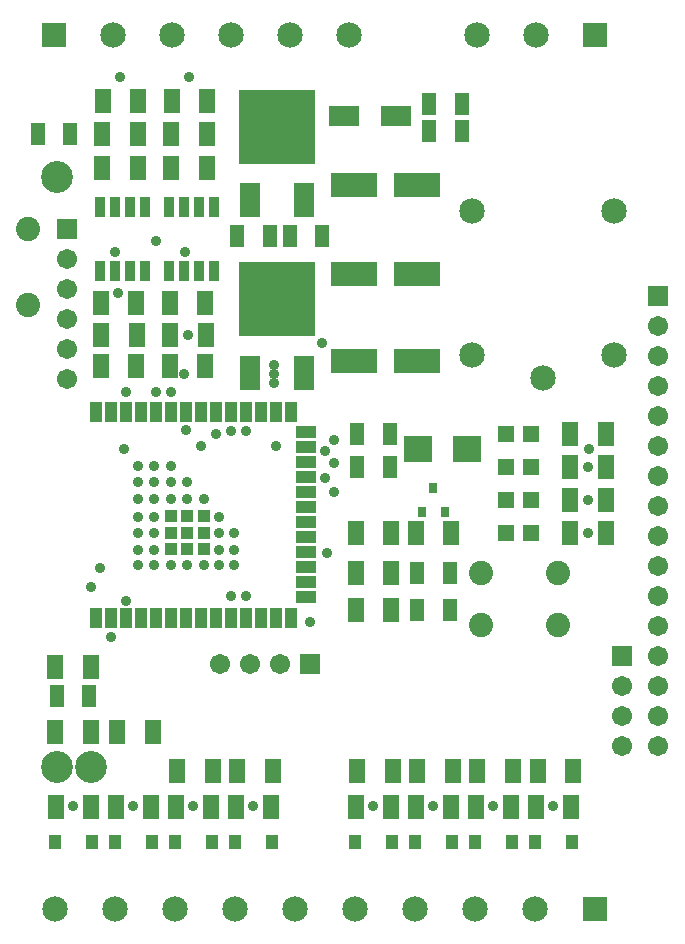
<source format=gbr>
%TF.GenerationSoftware,Altium Limited,Altium Designer,21.4.1 (30)*%
G04 Layer_Color=8388736*
%FSLAX44Y44*%
%MOMM*%
%TF.SameCoordinates,EB49FF53-C53B-41EF-AC46-A12079E47AB4*%
%TF.FilePolarity,Negative*%
%TF.FileFunction,Soldermask,Top*%
%TF.Part,Single*%
G01*
G75*
%TA.AperFunction,ComponentPad*%
%ADD37R,2.1532X2.1532*%
%ADD38C,2.1532*%
%ADD39C,2.0532*%
%ADD40R,1.7032X1.7032*%
%ADD41C,1.7032*%
%ADD42R,1.7032X1.7032*%
%TA.AperFunction,ViaPad*%
%ADD43C,0.9032*%
%ADD44C,2.7032*%
%TA.AperFunction,SMDPad,CuDef*%
%ADD48R,2.5032X1.8032*%
%TA.AperFunction,BGAPad,CuDef*%
%ADD49R,1.1032X1.1032*%
%TA.AperFunction,ConnectorPad*%
%ADD50R,1.1032X1.7032*%
%ADD51R,1.7032X1.1032*%
%TA.AperFunction,SMDPad,CuDef*%
%ADD52R,1.4032X2.0032*%
%ADD53R,1.4032X1.4032*%
%ADD54R,1.7032X3.0032*%
%ADD55R,6.5032X6.3032*%
%ADD56R,1.1032X1.1532*%
%ADD57R,1.2232X1.9832*%
%ADD58R,2.4032X2.3032*%
%ADD59R,0.8032X0.9032*%
%ADD60R,4.0032X2.0532*%
%ADD61R,0.8532X1.7282*%
D37*
X497390Y779780D02*
D03*
X39370D02*
D03*
X497390Y40040D02*
D03*
D38*
X447390Y779780D02*
D03*
X397390D02*
D03*
X453700Y489190D02*
D03*
X393700Y509190D02*
D03*
Y631190D02*
D03*
X513700D02*
D03*
Y509190D02*
D03*
X289370Y779780D02*
D03*
X239370D02*
D03*
X189370D02*
D03*
X139370D02*
D03*
X89370D02*
D03*
X446590Y40040D02*
D03*
X395790D02*
D03*
X344990D02*
D03*
X294190D02*
D03*
X243390D02*
D03*
X192590D02*
D03*
X141790D02*
D03*
X90990D02*
D03*
X40190D02*
D03*
D39*
X400740Y280320D02*
D03*
X465740D02*
D03*
X400740Y324770D02*
D03*
X465740D02*
D03*
X17780Y615950D02*
D03*
Y550950D02*
D03*
D40*
X520700Y254000D02*
D03*
X551180Y558800D02*
D03*
X50800Y615950D02*
D03*
D41*
X520700Y228600D02*
D03*
Y203200D02*
D03*
Y177800D02*
D03*
X551180D02*
D03*
Y203200D02*
D03*
Y228600D02*
D03*
Y254000D02*
D03*
Y279400D02*
D03*
Y304800D02*
D03*
Y330200D02*
D03*
Y355600D02*
D03*
Y381000D02*
D03*
Y406400D02*
D03*
Y431800D02*
D03*
Y457200D02*
D03*
Y482600D02*
D03*
Y508000D02*
D03*
Y533400D02*
D03*
X231140Y247650D02*
D03*
X205740D02*
D03*
X180340D02*
D03*
X50800Y590550D02*
D03*
Y565150D02*
D03*
Y539750D02*
D03*
Y514350D02*
D03*
Y488950D02*
D03*
D42*
X256540Y247650D02*
D03*
D43*
X270510Y341630D02*
D03*
X256540Y283210D02*
D03*
X226060Y485140D02*
D03*
Y492760D02*
D03*
Y500380D02*
D03*
X153670Y744220D02*
D03*
X95250D02*
D03*
X276854Y392854D02*
D03*
X276860Y417830D02*
D03*
Y437190D02*
D03*
X269240Y427650D02*
D03*
X201930Y444500D02*
D03*
X189230D02*
D03*
X176530Y441960D02*
D03*
X163830Y431800D02*
D03*
X227330D02*
D03*
X492760Y429260D02*
D03*
X99060D02*
D03*
X151130Y445770D02*
D03*
X491600Y414020D02*
D03*
X491490Y386080D02*
D03*
X491600Y358140D02*
D03*
X269240Y405130D02*
D03*
X149680Y492762D02*
D03*
X125730Y605790D02*
D03*
X91440Y596099D02*
D03*
X149970Y595860D02*
D03*
X266565Y519295D02*
D03*
X100330Y477520D02*
D03*
X78740Y328930D02*
D03*
X71120Y312420D02*
D03*
X87630Y270510D02*
D03*
X106680Y127000D02*
D03*
X462280D02*
D03*
X189230Y304800D02*
D03*
X201930D02*
D03*
X93980Y561340D02*
D03*
X152510Y526010D02*
D03*
X138430Y477520D02*
D03*
X125730D02*
D03*
X138430Y401320D02*
D03*
X110490D02*
D03*
X124460D02*
D03*
X152400D02*
D03*
X110490Y415290D02*
D03*
X124460D02*
D03*
X138430D02*
D03*
X179070Y331470D02*
D03*
X110490Y344170D02*
D03*
X179070D02*
D03*
X124460D02*
D03*
Y331470D02*
D03*
X191770D02*
D03*
X152400D02*
D03*
X110490D02*
D03*
X166370D02*
D03*
X138430D02*
D03*
X191770Y344170D02*
D03*
X179070Y372110D02*
D03*
Y358140D02*
D03*
X191770D02*
D03*
X110490D02*
D03*
X138430Y387350D02*
D03*
X124460Y372110D02*
D03*
Y358140D02*
D03*
X110490Y372110D02*
D03*
Y387350D02*
D03*
X124460D02*
D03*
X152400D02*
D03*
X166370D02*
D03*
X55880Y127000D02*
D03*
X157480D02*
D03*
X208280D02*
D03*
X309880D02*
D03*
X360680D02*
D03*
X411480D02*
D03*
X100330Y300990D02*
D03*
D44*
X42000Y160000D02*
D03*
X71000D02*
D03*
X42000Y660000D02*
D03*
D48*
X329340Y711200D02*
D03*
X285340D02*
D03*
D49*
X138130Y358510D02*
D03*
Y372510D02*
D03*
X152130D02*
D03*
X166130D02*
D03*
Y358510D02*
D03*
Y344510D02*
D03*
X152130D02*
D03*
X138130D02*
D03*
X152130Y358510D02*
D03*
D50*
X74930Y461010D02*
D03*
X87630D02*
D03*
X100330D02*
D03*
X113030D02*
D03*
X125730D02*
D03*
X138430D02*
D03*
X151130D02*
D03*
X163830D02*
D03*
X176530D02*
D03*
X189230D02*
D03*
X201930D02*
D03*
X214630D02*
D03*
X227330D02*
D03*
X240030D02*
D03*
Y286010D02*
D03*
X227330D02*
D03*
X214630D02*
D03*
X201930D02*
D03*
X189230D02*
D03*
X176530D02*
D03*
X163830D02*
D03*
X151130D02*
D03*
X138430D02*
D03*
X125730D02*
D03*
X113030D02*
D03*
X100330D02*
D03*
X87630D02*
D03*
X74930D02*
D03*
D51*
X252530Y443360D02*
D03*
Y430660D02*
D03*
Y417960D02*
D03*
Y405260D02*
D03*
Y392560D02*
D03*
Y379860D02*
D03*
Y367160D02*
D03*
Y354460D02*
D03*
Y341760D02*
D03*
Y329060D02*
D03*
Y316360D02*
D03*
Y303660D02*
D03*
D52*
X506600Y358140D02*
D03*
X476600D02*
D03*
X70640Y245000D02*
D03*
X40640D02*
D03*
X70880Y126350D02*
D03*
X40880D02*
D03*
X142480D02*
D03*
X172480D02*
D03*
X193280D02*
D03*
X223280D02*
D03*
X294880D02*
D03*
X324880D02*
D03*
X345680D02*
D03*
X375680D02*
D03*
X396480D02*
D03*
X426480D02*
D03*
X194550Y156350D02*
D03*
X224550D02*
D03*
X375680Y358140D02*
D03*
X345680D02*
D03*
X294880D02*
D03*
X324880D02*
D03*
X326150Y156350D02*
D03*
X296150D02*
D03*
X173750D02*
D03*
X143750D02*
D03*
X122950Y190000D02*
D03*
X92950D02*
D03*
X121680Y126350D02*
D03*
X91680D02*
D03*
X478790Y156350D02*
D03*
X448790D02*
D03*
X477520Y126350D02*
D03*
X447520D02*
D03*
X427750Y156350D02*
D03*
X397750D02*
D03*
X376950D02*
D03*
X346950D02*
D03*
X506600Y441960D02*
D03*
X476600D02*
D03*
X506490Y386080D02*
D03*
X476490D02*
D03*
X506600Y414020D02*
D03*
X476600D02*
D03*
X294880Y293020D02*
D03*
X324880D02*
D03*
X294880Y324770D02*
D03*
X324880D02*
D03*
X40640Y190000D02*
D03*
X70640D02*
D03*
X80250Y666990D02*
D03*
X110250D02*
D03*
X138670Y667200D02*
D03*
X168670D02*
D03*
X79350Y526020D02*
D03*
X109350D02*
D03*
X137770Y526230D02*
D03*
X167770D02*
D03*
X110250Y696200D02*
D03*
X80250D02*
D03*
X168670Y696410D02*
D03*
X138670D02*
D03*
X79220Y552690D02*
D03*
X109220D02*
D03*
X137640Y552900D02*
D03*
X167640D02*
D03*
X110490Y724140D02*
D03*
X80490D02*
D03*
X168910Y724350D02*
D03*
X138910D02*
D03*
X109220Y499350D02*
D03*
X79220D02*
D03*
X167640Y499560D02*
D03*
X137640D02*
D03*
D53*
X421990Y358140D02*
D03*
X442990D02*
D03*
X421990Y441960D02*
D03*
X442990D02*
D03*
X421990Y414020D02*
D03*
X442990D02*
D03*
X421990Y386080D02*
D03*
X442990D02*
D03*
D54*
X205740Y493760D02*
D03*
X251460D02*
D03*
Y639810D02*
D03*
X205740D02*
D03*
D55*
X228600Y556260D02*
D03*
Y702310D02*
D03*
D56*
X192530Y96350D02*
D03*
X224030D02*
D03*
X325630D02*
D03*
X294130D02*
D03*
X173230D02*
D03*
X141730D02*
D03*
X122430D02*
D03*
X90930D02*
D03*
X478270D02*
D03*
X446770D02*
D03*
X427230D02*
D03*
X395730D02*
D03*
X376430D02*
D03*
X344930D02*
D03*
X40130D02*
D03*
X71630D02*
D03*
D57*
X296080Y441960D02*
D03*
X323680D02*
D03*
X296080Y414020D02*
D03*
X323680D02*
D03*
X346880Y293020D02*
D03*
X374480D02*
D03*
X346880Y324770D02*
D03*
X374480D02*
D03*
X384830Y721505D02*
D03*
X357230D02*
D03*
X384830Y698645D02*
D03*
X357230D02*
D03*
X194360Y609330D02*
D03*
X221960D02*
D03*
X266530Y609600D02*
D03*
X238930D02*
D03*
X25570Y696200D02*
D03*
X53170D02*
D03*
X69440Y220000D02*
D03*
X41840D02*
D03*
D58*
X347800Y429260D02*
D03*
X388800D02*
D03*
D59*
X351180Y376080D02*
D03*
X370180D02*
D03*
X360680Y396080D02*
D03*
D60*
X347040Y504190D02*
D03*
X293040D02*
D03*
X347040Y577850D02*
D03*
X293040D02*
D03*
X347040Y652780D02*
D03*
X293040D02*
D03*
D61*
X78740Y580180D02*
D03*
X91440D02*
D03*
X104140D02*
D03*
X116840D02*
D03*
Y634420D02*
D03*
X104140D02*
D03*
X91440D02*
D03*
X78740D02*
D03*
X137160Y580390D02*
D03*
X149860D02*
D03*
X162560D02*
D03*
X175260D02*
D03*
Y634630D02*
D03*
X162560D02*
D03*
X149860D02*
D03*
X137160D02*
D03*
%TF.MD5,a18944c4f10095016195b3d6358acc31*%
M02*

</source>
